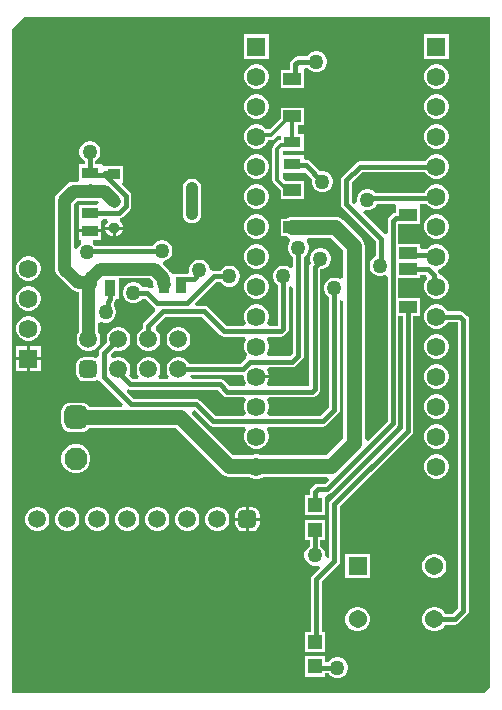
<source format=gtl>
G04*
G04 #@! TF.GenerationSoftware,Altium Limited,Altium Designer,25.6.2 (33)*
G04*
G04 Layer_Physical_Order=1*
G04 Layer_Color=255*
%FSLAX44Y44*%
%MOMM*%
G71*
G04*
G04 #@! TF.SameCoordinates,F49642FE-DF47-4963-9727-11F46748976D*
G04*
G04*
G04 #@! TF.FilePolarity,Positive*
G04*
G01*
G75*
%ADD12C,0.4000*%
%ADD14R,1.5000X1.0000*%
%ADD15R,1.4000X0.9500*%
%ADD16R,1.2000X1.2000*%
%ADD17R,0.9500X1.3500*%
%ADD18R,0.9500X1.4000*%
G04:AMPARAMS|DCode=19|XSize=1.0043mm|YSize=3.1821mm|CornerRadius=0.4369mm|HoleSize=0mm|Usage=FLASHONLY|Rotation=0.000|XOffset=0mm|YOffset=0mm|HoleType=Round|Shape=RoundedRectangle|*
%AMROUNDEDRECTD19*
21,1,1.0043,2.3084,0,0,0.0*
21,1,0.1306,3.1821,0,0,0.0*
1,1,0.8737,0.0653,-1.1542*
1,1,0.8737,-0.0653,-1.1542*
1,1,0.8737,-0.0653,1.1542*
1,1,0.8737,0.0653,1.1542*
%
%ADD19ROUNDEDRECTD19*%
G04:AMPARAMS|DCode=20|XSize=1.0043mm|YSize=0.8721mm|CornerRadius=0.4361mm|HoleSize=0mm|Usage=FLASHONLY|Rotation=0.000|XOffset=0mm|YOffset=0mm|HoleType=Round|Shape=RoundedRectangle|*
%AMROUNDEDRECTD20*
21,1,1.0043,0.0000,0,0,0.0*
21,1,0.1322,0.8721,0,0,0.0*
1,1,0.8721,0.0661,0.0000*
1,1,0.8721,-0.0661,0.0000*
1,1,0.8721,-0.0661,0.0000*
1,1,0.8721,0.0661,0.0000*
%
%ADD20ROUNDEDRECTD20*%
%ADD21R,1.0043X0.8721*%
%ADD22R,1.3500X0.9500*%
%ADD26R,1.5900X1.5900*%
%ADD27C,1.5900*%
%ADD28R,1.5400X1.5400*%
%ADD29C,1.5400*%
%ADD35C,1.1000*%
%ADD36C,0.3500*%
%ADD37C,1.3000*%
%ADD38C,1.5000*%
G04:AMPARAMS|DCode=39|XSize=1.5mm|YSize=1.5mm|CornerRadius=0.375mm|HoleSize=0mm|Usage=FLASHONLY|Rotation=0.000|XOffset=0mm|YOffset=0mm|HoleType=Round|Shape=RoundedRectangle|*
%AMROUNDEDRECTD39*
21,1,1.5000,0.7500,0,0,0.0*
21,1,0.7500,1.5000,0,0,0.0*
1,1,0.7500,0.3750,-0.3750*
1,1,0.7500,-0.3750,-0.3750*
1,1,0.7500,-0.3750,0.3750*
1,1,0.7500,0.3750,0.3750*
%
%ADD39ROUNDEDRECTD39*%
G04:AMPARAMS|DCode=40|XSize=1.95mm|YSize=1.95mm|CornerRadius=0.4875mm|HoleSize=0mm|Usage=FLASHONLY|Rotation=270.000|XOffset=0mm|YOffset=0mm|HoleType=Round|Shape=RoundedRectangle|*
%AMROUNDEDRECTD40*
21,1,1.9500,0.9750,0,0,270.0*
21,1,0.9750,1.9500,0,0,270.0*
1,1,0.9750,-0.4875,-0.4875*
1,1,0.9750,-0.4875,0.4875*
1,1,0.9750,0.4875,0.4875*
1,1,0.9750,0.4875,-0.4875*
%
%ADD40ROUNDEDRECTD40*%
%ADD41C,1.9500*%
%ADD42C,1.5200*%
G04:AMPARAMS|DCode=43|XSize=1.52mm|YSize=1.52mm|CornerRadius=0.38mm|HoleSize=0mm|Usage=FLASHONLY|Rotation=180.000|XOffset=0mm|YOffset=0mm|HoleType=Round|Shape=RoundedRectangle|*
%AMROUNDEDRECTD43*
21,1,1.5200,0.7600,0,0,180.0*
21,1,0.7600,1.5200,0,0,180.0*
1,1,0.7600,-0.3800,0.3800*
1,1,0.7600,0.3800,0.3800*
1,1,0.7600,0.3800,-0.3800*
1,1,0.7600,-0.3800,-0.3800*
%
%ADD43ROUNDEDRECTD43*%
%ADD44C,1.2700*%
G36*
X760730Y151130D02*
X755650Y146050D01*
X355600D01*
Y708660D01*
X365760Y718820D01*
X760730D01*
Y151130D01*
D02*
G37*
%LPC*%
G36*
X725500Y703910D02*
X704520D01*
Y682930D01*
X725500D01*
Y703910D01*
D02*
G37*
G36*
X573100D02*
X552120D01*
Y682930D01*
X573100D01*
Y703910D01*
D02*
G37*
G36*
X614580Y689610D02*
X612240D01*
X609979Y689004D01*
X607951Y687834D01*
X606296Y686179D01*
X605817Y685349D01*
X597973D01*
X596202Y684997D01*
X594700Y683993D01*
X594700Y683993D01*
X592357Y681650D01*
X591353Y680148D01*
X591001Y678377D01*
X591001Y678377D01*
Y673780D01*
X583050D01*
Y658700D01*
X603130D01*
Y673780D01*
X603130D01*
X603533Y675464D01*
X606151Y675513D01*
X606296Y675261D01*
X607951Y673606D01*
X609979Y672436D01*
X612240Y671830D01*
X614580D01*
X616841Y672436D01*
X618869Y673606D01*
X620524Y675261D01*
X621694Y677289D01*
X622300Y679550D01*
Y681890D01*
X621694Y684151D01*
X620524Y686179D01*
X618869Y687834D01*
X616841Y689004D01*
X614580Y689610D01*
D02*
G37*
G36*
X716391Y678510D02*
X713629D01*
X710961Y677795D01*
X708569Y676414D01*
X706616Y674461D01*
X705235Y672069D01*
X704520Y669401D01*
Y666639D01*
X705235Y663971D01*
X706616Y661579D01*
X708569Y659626D01*
X710961Y658245D01*
X713629Y657530D01*
X716391D01*
X719059Y658245D01*
X721451Y659626D01*
X723404Y661579D01*
X724785Y663971D01*
X725500Y666639D01*
Y669401D01*
X724785Y672069D01*
X723404Y674461D01*
X721451Y676414D01*
X719059Y677795D01*
X716391Y678510D01*
D02*
G37*
G36*
X563991D02*
X561229D01*
X558561Y677795D01*
X556169Y676414D01*
X554216Y674461D01*
X552835Y672069D01*
X552120Y669401D01*
Y666639D01*
X552835Y663971D01*
X554216Y661579D01*
X556169Y659626D01*
X558561Y658245D01*
X561229Y657530D01*
X563991D01*
X566659Y658245D01*
X569051Y659626D01*
X571004Y661579D01*
X572385Y663971D01*
X573100Y666639D01*
Y669401D01*
X572385Y672069D01*
X571004Y674461D01*
X569051Y676414D01*
X566659Y677795D01*
X563991Y678510D01*
D02*
G37*
G36*
X716391Y653110D02*
X713629D01*
X710961Y652395D01*
X708569Y651014D01*
X706616Y649061D01*
X705235Y646669D01*
X704520Y644001D01*
Y641239D01*
X705235Y638571D01*
X706616Y636179D01*
X708569Y634226D01*
X710961Y632845D01*
X713629Y632130D01*
X716391D01*
X719059Y632845D01*
X721451Y634226D01*
X723404Y636179D01*
X724785Y638571D01*
X725500Y641239D01*
Y644001D01*
X724785Y646669D01*
X723404Y649061D01*
X721451Y651014D01*
X719059Y652395D01*
X716391Y653110D01*
D02*
G37*
G36*
X563991D02*
X561229D01*
X558561Y652395D01*
X556169Y651014D01*
X554216Y649061D01*
X552835Y646669D01*
X552120Y644001D01*
Y641239D01*
X552835Y638571D01*
X554216Y636179D01*
X556169Y634226D01*
X558561Y632845D01*
X561229Y632130D01*
X563991D01*
X566659Y632845D01*
X569051Y634226D01*
X571004Y636179D01*
X572385Y638571D01*
X573100Y641239D01*
Y644001D01*
X572385Y646669D01*
X571004Y649061D01*
X569051Y651014D01*
X566659Y652395D01*
X563991Y653110D01*
D02*
G37*
G36*
X603130Y641780D02*
X583050D01*
Y632886D01*
X573738Y623574D01*
X571004Y623661D01*
X569051Y625614D01*
X566659Y626995D01*
X563991Y627710D01*
X561229D01*
X558561Y626995D01*
X556169Y625614D01*
X554216Y623661D01*
X552835Y621269D01*
X552120Y618601D01*
Y615839D01*
X552835Y613171D01*
X554216Y610779D01*
X556169Y608826D01*
X558561Y607445D01*
X561229Y606730D01*
X563991D01*
X566659Y607445D01*
X569051Y608826D01*
X571004Y610779D01*
X572385Y613171D01*
X572638Y614116D01*
X574840D01*
X576514Y614449D01*
X577933Y615397D01*
X581010Y618474D01*
X583550Y617422D01*
Y614417D01*
X583373D01*
X581699Y614084D01*
X580280Y613136D01*
X577297Y610153D01*
X576349Y608734D01*
X576016Y607060D01*
Y580390D01*
X576349Y578716D01*
X577297Y577297D01*
X582177Y572417D01*
X583050Y571834D01*
Y564720D01*
X603130D01*
Y579800D01*
X590262D01*
X589840Y579884D01*
X587082D01*
X584764Y582202D01*
Y586710D01*
X602630D01*
Y586710D01*
X603849Y587215D01*
X609848Y581216D01*
X609600Y580290D01*
Y577950D01*
X610206Y575689D01*
X611376Y573661D01*
X613031Y572006D01*
X615059Y570836D01*
X617320Y570230D01*
X619660D01*
X621921Y570836D01*
X623949Y572006D01*
X625604Y573661D01*
X626774Y575689D01*
X627380Y577950D01*
Y580290D01*
X626774Y582551D01*
X625604Y584579D01*
X623949Y586234D01*
X621921Y587404D01*
X619660Y588010D01*
X617320D01*
X616394Y587762D01*
X607793Y596363D01*
X606291Y597367D01*
X604520Y597719D01*
X602630Y599278D01*
Y601290D01*
X584764D01*
Y605210D01*
X602630D01*
Y619790D01*
X597464D01*
Y626700D01*
X603130D01*
Y641780D01*
D02*
G37*
G36*
X716391Y627710D02*
X713629D01*
X710961Y626995D01*
X708569Y625614D01*
X706616Y623661D01*
X705235Y621269D01*
X704520Y618601D01*
Y615839D01*
X705235Y613171D01*
X706616Y610779D01*
X708569Y608826D01*
X710961Y607445D01*
X713629Y606730D01*
X716391D01*
X719059Y607445D01*
X721451Y608826D01*
X723404Y610779D01*
X724785Y613171D01*
X725500Y615839D01*
Y618601D01*
X724785Y621269D01*
X723404Y623661D01*
X721451Y625614D01*
X719059Y626995D01*
X716391Y627710D01*
D02*
G37*
G36*
X422810Y613410D02*
X420470D01*
X418209Y612804D01*
X416181Y611634D01*
X414526Y609979D01*
X413356Y607951D01*
X412750Y605690D01*
Y603350D01*
X413356Y601089D01*
X414526Y599061D01*
X416181Y597406D01*
X417011Y596927D01*
Y593910D01*
X412350D01*
Y579330D01*
X409955Y578979D01*
X407040D01*
X404941Y578703D01*
X402985Y577893D01*
X401306Y576604D01*
X394316Y569614D01*
X393027Y567935D01*
X392217Y565979D01*
X391941Y563880D01*
Y505460D01*
X392217Y503361D01*
X393027Y501405D01*
X394316Y499726D01*
X405746Y488296D01*
X407425Y487007D01*
X409381Y486197D01*
X411480Y485921D01*
X412261D01*
Y451804D01*
X411014Y449645D01*
X410330Y447092D01*
Y444448D01*
X411014Y441895D01*
X412336Y439605D01*
X414205Y437736D01*
X416495Y436414D01*
X419048Y435730D01*
X421692D01*
X424245Y436414D01*
X426535Y437736D01*
X428404Y439605D01*
X429726Y441895D01*
X430410Y444448D01*
Y447092D01*
X429726Y449645D01*
X428479Y451804D01*
Y459127D01*
X431019Y460594D01*
X431449Y460346D01*
X433710Y459740D01*
X436050D01*
X438311Y460346D01*
X440339Y461516D01*
X441994Y463171D01*
X443164Y465199D01*
X443770Y467460D01*
Y469800D01*
X443164Y472061D01*
X441994Y474089D01*
X442084Y476137D01*
X443087Y477639D01*
X443440Y479410D01*
X445800D01*
Y497351D01*
X472167D01*
X475131Y494387D01*
Y493510D01*
X475407Y491411D01*
X475763Y490552D01*
X475514Y489664D01*
X474501Y489123D01*
X472628Y488778D01*
X471671Y489417D01*
X469900Y489769D01*
X469900Y489769D01*
X466063D01*
X465584Y490599D01*
X463929Y492254D01*
X461901Y493424D01*
X459640Y494030D01*
X457300D01*
X455039Y493424D01*
X453011Y492254D01*
X451356Y490599D01*
X450186Y488571D01*
X449580Y486310D01*
Y483970D01*
X450186Y481709D01*
X451356Y479681D01*
X453011Y478026D01*
X455039Y476856D01*
X457300Y476250D01*
X459640D01*
X461901Y476856D01*
X463929Y478026D01*
X465584Y479681D01*
X465702Y479886D01*
X468378Y480116D01*
X472977Y475517D01*
X472977Y475517D01*
X473039Y475476D01*
X475537Y472977D01*
X475537Y472977D01*
X476299Y472468D01*
X476894Y470058D01*
X476846Y469422D01*
X467897Y460473D01*
X466893Y458971D01*
X466541Y457200D01*
X466541Y457200D01*
Y454691D01*
X465005Y453804D01*
X463136Y451935D01*
X461814Y449645D01*
X461130Y447092D01*
Y444448D01*
X461814Y441895D01*
X463136Y439605D01*
X465005Y437736D01*
X467295Y436414D01*
X469848Y435730D01*
X472492D01*
X475045Y436414D01*
X477335Y437736D01*
X479204Y439605D01*
X480526Y441895D01*
X481210Y444448D01*
Y447092D01*
X480526Y449645D01*
X479204Y451935D01*
X477335Y453804D01*
X477283Y456767D01*
X485127Y464611D01*
X516141D01*
X531695Y449057D01*
X531695Y449057D01*
X533197Y448053D01*
X534968Y447701D01*
X534968Y447701D01*
X552759D01*
X553812Y445161D01*
X552835Y443469D01*
X552120Y440801D01*
Y438039D01*
X552835Y435371D01*
X554216Y432979D01*
X554289Y432906D01*
X554168Y429893D01*
X553992Y429611D01*
X549379Y424999D01*
X505491D01*
X504604Y426535D01*
X502735Y428404D01*
X500445Y429726D01*
X497892Y430410D01*
X495248D01*
X492695Y429726D01*
X490405Y428404D01*
X488536Y426535D01*
X487214Y424245D01*
X486530Y421692D01*
Y419048D01*
X487214Y416495D01*
X488170Y414839D01*
X487421Y412944D01*
X486850Y412299D01*
X480890D01*
X480319Y412944D01*
X479570Y414839D01*
X480526Y416495D01*
X481210Y419048D01*
Y421692D01*
X480526Y424245D01*
X479204Y426535D01*
X477335Y428404D01*
X475045Y429726D01*
X472492Y430410D01*
X469848D01*
X467295Y429726D01*
X465005Y428404D01*
X463136Y426535D01*
X461814Y424245D01*
X461130Y421692D01*
Y419048D01*
X461814Y416495D01*
X462770Y414839D01*
X462021Y412944D01*
X461450Y412299D01*
X457411D01*
X454426Y415283D01*
X455126Y416495D01*
X455810Y419048D01*
Y421692D01*
X455126Y424245D01*
X453804Y426535D01*
X451935Y428404D01*
X449645Y429726D01*
X447092Y430410D01*
X444448D01*
X442150Y429794D01*
X441482Y429998D01*
X439563Y431264D01*
X439394Y432848D01*
X442735Y436189D01*
X444448Y435730D01*
X447092D01*
X449645Y436414D01*
X451935Y437736D01*
X453804Y439605D01*
X455126Y441895D01*
X455810Y444448D01*
Y447092D01*
X455126Y449645D01*
X453804Y451935D01*
X451935Y453804D01*
X449645Y455126D01*
X447092Y455810D01*
X444448D01*
X441895Y455126D01*
X439605Y453804D01*
X437736Y451935D01*
X436414Y449645D01*
X435730Y447092D01*
Y444448D01*
X436189Y442735D01*
X430457Y437003D01*
X429453Y435501D01*
X429101Y433730D01*
X429101Y433730D01*
Y431412D01*
X426574Y430045D01*
X424120Y430533D01*
X416620D01*
X414166Y430045D01*
X412085Y428655D01*
X410695Y426574D01*
X410207Y424120D01*
Y416620D01*
X410695Y414166D01*
X412085Y412085D01*
X414166Y410695D01*
X416620Y410207D01*
X424120D01*
X426574Y410695D01*
X427026Y410997D01*
X427277Y411058D01*
X430299Y410322D01*
X430457Y410087D01*
X449629Y390915D01*
X448657Y388568D01*
X420716D01*
X419913Y389613D01*
X418364Y390802D01*
X416561Y391549D01*
X414625Y391804D01*
X404875D01*
X402939Y391549D01*
X401135Y390802D01*
X399587Y389613D01*
X398398Y388064D01*
X397651Y386261D01*
X397396Y384325D01*
Y374575D01*
X397651Y372639D01*
X398398Y370835D01*
X399587Y369287D01*
X401135Y368098D01*
X402939Y367351D01*
X404875Y367096D01*
X414625D01*
X416561Y367351D01*
X418364Y368098D01*
X419913Y369287D01*
X420716Y370332D01*
X494343D01*
X532748Y331927D01*
X534636Y330478D01*
X536835Y329568D01*
X539195Y329257D01*
X556462D01*
X558561Y328045D01*
X561229Y327330D01*
X563991D01*
X566659Y328045D01*
X568758Y329257D01*
X622648D01*
X623700Y326717D01*
X620383Y323399D01*
X614483D01*
X612712Y323047D01*
X611210Y322043D01*
X611210Y322043D01*
X608867Y319700D01*
X607863Y318198D01*
X607511Y316427D01*
X607511Y316427D01*
Y313680D01*
X603600D01*
Y296600D01*
X620680D01*
Y312401D01*
X622250Y314087D01*
X622974Y314275D01*
X624071Y314493D01*
X625573Y315497D01*
X681453Y371377D01*
X681453Y371377D01*
X682457Y372879D01*
X682809Y374650D01*
X682809Y374650D01*
Y465410D01*
X686251D01*
Y370217D01*
X625377Y309343D01*
X624373Y307841D01*
X624021Y306070D01*
X624021Y306070D01*
Y261149D01*
X623396Y260737D01*
X622241Y261217D01*
X621030Y262220D01*
Y264060D01*
X620424Y266321D01*
X619254Y268349D01*
X617599Y270004D01*
X616769Y270483D01*
Y275600D01*
X620680D01*
Y292680D01*
X603600D01*
Y275600D01*
X607511D01*
Y270483D01*
X606681Y270004D01*
X605026Y268349D01*
X603856Y266321D01*
X603250Y264060D01*
Y261720D01*
X603856Y259459D01*
X605026Y257431D01*
X606681Y255776D01*
X608709Y254606D01*
X610970Y254000D01*
X613310D01*
X614849Y254412D01*
X616163Y252135D01*
X610137Y246108D01*
X609133Y244606D01*
X608781Y242835D01*
X608781Y242835D01*
Y198110D01*
X603600D01*
Y181030D01*
X620680D01*
Y198110D01*
X618039D01*
Y240918D01*
X631923Y254802D01*
X631923Y254802D01*
X632927Y256304D01*
X633279Y258075D01*
X633279Y258075D01*
Y304153D01*
X694153Y365027D01*
X694153Y365027D01*
X695157Y366529D01*
X695509Y368300D01*
Y465410D01*
X700920D01*
Y480490D01*
X682809D01*
Y497410D01*
X700920D01*
Y500321D01*
X706099D01*
X706426Y499994D01*
X706616Y496661D01*
X705235Y494269D01*
X704520Y491601D01*
Y488839D01*
X705235Y486171D01*
X706616Y483779D01*
X708569Y481826D01*
X710961Y480445D01*
X713629Y479730D01*
X716391D01*
X719059Y480445D01*
X721451Y481826D01*
X723404Y483779D01*
X724785Y486171D01*
X725500Y488839D01*
Y491601D01*
X724785Y494269D01*
X723404Y496661D01*
X721451Y498614D01*
X719059Y499995D01*
X717317Y500462D01*
X717010Y502005D01*
X716569Y502664D01*
X716554Y502869D01*
X717272Y505023D01*
X717640Y505465D01*
X719059Y505845D01*
X721451Y507226D01*
X723404Y509179D01*
X724785Y511571D01*
X725500Y514239D01*
Y517001D01*
X724785Y519669D01*
X723404Y522061D01*
X721451Y524014D01*
X719059Y525395D01*
X716391Y526110D01*
X713629D01*
X710961Y525395D01*
X708569Y524014D01*
X706616Y522061D01*
X706445Y521766D01*
X702160D01*
X702037Y521790D01*
X700920Y523867D01*
Y526210D01*
X682809D01*
Y543130D01*
X700920D01*
Y557981D01*
X700920Y558210D01*
X701473Y560521D01*
X706303D01*
X706616Y559979D01*
X708569Y558026D01*
X710961Y556645D01*
X713629Y555930D01*
X716391D01*
X719059Y556645D01*
X721451Y558026D01*
X723404Y559979D01*
X724785Y562371D01*
X725500Y565039D01*
Y567801D01*
X724785Y570469D01*
X723404Y572861D01*
X721451Y574814D01*
X719059Y576195D01*
X716391Y576910D01*
X713629D01*
X710961Y576195D01*
X708569Y574814D01*
X706616Y572861D01*
X705235Y570469D01*
X705050Y569779D01*
X663263D01*
X662049Y570994D01*
X660021Y572164D01*
X657760Y572770D01*
X655420D01*
X653159Y572164D01*
X651131Y570994D01*
X649476Y569339D01*
X648306Y567311D01*
X647700Y565050D01*
Y562710D01*
X645714Y560307D01*
X645196Y560230D01*
X643439Y561987D01*
Y578473D01*
X652157Y587191D01*
X705570D01*
X706616Y585379D01*
X708569Y583426D01*
X710961Y582045D01*
X713629Y581330D01*
X716391D01*
X719059Y582045D01*
X721451Y583426D01*
X723404Y585379D01*
X724785Y587771D01*
X725500Y590439D01*
Y593201D01*
X724785Y595869D01*
X723404Y598261D01*
X721451Y600214D01*
X719059Y601595D01*
X716391Y602310D01*
X713629D01*
X710961Y601595D01*
X708569Y600214D01*
X706616Y598261D01*
X705570Y596449D01*
X650240D01*
X650240Y596449D01*
X648469Y596097D01*
X646967Y595093D01*
X646967Y595093D01*
X635537Y583663D01*
X634533Y582161D01*
X634181Y580390D01*
X634181Y580390D01*
Y560070D01*
X634181Y560070D01*
X634533Y558299D01*
X635537Y556797D01*
X663391Y528943D01*
Y516014D01*
X661831Y515114D01*
X660176Y513459D01*
X659006Y511431D01*
X658400Y509170D01*
Y506830D01*
X659006Y504569D01*
X660176Y502541D01*
X661831Y500886D01*
X663859Y499716D01*
X666120Y499110D01*
X668460D01*
X670721Y499716D01*
X671011Y499883D01*
X673551Y498417D01*
Y376567D01*
X656818Y359834D01*
X654278Y360886D01*
Y524510D01*
X653967Y526870D01*
X653056Y529069D01*
X651607Y530957D01*
X635857Y546707D01*
X633969Y548156D01*
X631770Y549067D01*
X629410Y549378D01*
X593090D01*
X590730Y549067D01*
X588531Y548156D01*
X588066Y547800D01*
X583050D01*
Y532720D01*
X588066D01*
X588531Y532364D01*
X590368Y531603D01*
X590926Y530332D01*
X591188Y528830D01*
X591056Y528699D01*
X589886Y526671D01*
X589280Y524410D01*
Y522070D01*
X589886Y519809D01*
X591056Y517781D01*
X592711Y516126D01*
X593541Y515647D01*
Y507203D01*
X591001Y506151D01*
X590929Y506224D01*
X588901Y507394D01*
X586640Y508000D01*
X584300D01*
X582039Y507394D01*
X580011Y506224D01*
X578356Y504569D01*
X577186Y502541D01*
X576580Y500280D01*
Y497940D01*
X577186Y495679D01*
X578356Y493651D01*
X580011Y491996D01*
X580841Y491517D01*
Y456959D01*
X573008D01*
X571651Y459499D01*
X572385Y460771D01*
X573100Y463439D01*
Y466201D01*
X572385Y468869D01*
X571004Y471261D01*
X569051Y473214D01*
X566659Y474595D01*
X563991Y475310D01*
X561229D01*
X558561Y474595D01*
X556169Y473214D01*
X554216Y471261D01*
X552835Y468869D01*
X552120Y466201D01*
Y463439D01*
X552835Y460771D01*
X553569Y459499D01*
X552212Y456959D01*
X536886D01*
X521331Y472513D01*
X519830Y473517D01*
X518058Y473869D01*
X518058Y473869D01*
X511674D01*
X510702Y476216D01*
X528967Y494481D01*
X532157D01*
X532636Y493651D01*
X534291Y491996D01*
X536319Y490826D01*
X538580Y490220D01*
X540920D01*
X543181Y490826D01*
X545209Y491996D01*
X546864Y493651D01*
X548034Y495679D01*
X548640Y497940D01*
Y500280D01*
X548034Y502541D01*
X546864Y504569D01*
X545209Y506224D01*
X543181Y507394D01*
X540920Y508000D01*
X538580D01*
X536319Y507394D01*
X534291Y506224D01*
X532636Y504569D01*
X532157Y503739D01*
X527050D01*
X525780Y503486D01*
X524029Y504424D01*
X523240Y505079D01*
Y505360D01*
X522634Y507621D01*
X521464Y509649D01*
X519809Y511304D01*
X517781Y512474D01*
X515520Y513080D01*
X513180D01*
X510919Y512474D01*
X508891Y511304D01*
X507236Y509649D01*
X506066Y507621D01*
X505460Y505360D01*
Y503020D01*
X505496Y502884D01*
X503950Y500869D01*
X501740D01*
X501740Y500869D01*
X501293Y500780D01*
X491700D01*
X489821Y502377D01*
X488974Y503480D01*
X483185Y509270D01*
X483526Y510749D01*
X484138Y511909D01*
X486031Y512416D01*
X488059Y513586D01*
X489714Y515241D01*
X490884Y517269D01*
X491490Y519530D01*
Y521870D01*
X490884Y524131D01*
X489714Y526159D01*
X488059Y527814D01*
X486031Y528984D01*
X483770Y529590D01*
X481430D01*
X479169Y528984D01*
X477141Y527814D01*
X475486Y526159D01*
X474641Y524694D01*
X426326D01*
X426214Y524889D01*
X424559Y526544D01*
X424435Y529548D01*
X424841Y530040D01*
X430930D01*
Y536060D01*
X421640D01*
X412350D01*
Y530040D01*
X413359D01*
X413765Y529548D01*
X413641Y526544D01*
X411986Y524889D01*
X410816Y522861D01*
X410699Y522427D01*
X408159Y522761D01*
Y560521D01*
X410399Y562761D01*
X420890D01*
X421640Y562859D01*
X422390Y562761D01*
X428713D01*
X429092Y562160D01*
X427691Y559620D01*
X412350D01*
Y547160D01*
X412350Y545040D01*
X412350Y542500D01*
Y538600D01*
X421640D01*
X430930D01*
Y542500D01*
X430930Y544620D01*
Y545905D01*
X432726Y547701D01*
X436345D01*
X437208Y545161D01*
X436518Y544632D01*
X435411Y543190D01*
X434716Y541511D01*
X434646Y540980D01*
X449554D01*
X449484Y541511D01*
X448788Y543190D01*
X447682Y544632D01*
X446843Y545275D01*
X447093Y547472D01*
X447335Y547963D01*
X447790Y548053D01*
X449292Y549057D01*
X455413Y555178D01*
X455413Y555178D01*
X456417Y556680D01*
X456769Y558451D01*
X456769Y558451D01*
Y566769D01*
X456769Y566769D01*
X456417Y568540D01*
X455413Y570042D01*
X455413Y570042D01*
X448837Y576618D01*
X449661Y578609D01*
X449661D01*
Y592411D01*
X434539D01*
Y592411D01*
X433328Y591926D01*
X430930Y593630D01*
Y593910D01*
X426269D01*
Y596927D01*
X427099Y597406D01*
X428754Y599061D01*
X429924Y601089D01*
X430530Y603350D01*
Y605690D01*
X429924Y607951D01*
X428754Y609979D01*
X427099Y611634D01*
X425071Y612804D01*
X422810Y613410D01*
D02*
G37*
G36*
X563991Y602310D02*
X561229D01*
X558561Y601595D01*
X556169Y600214D01*
X554216Y598261D01*
X552835Y595869D01*
X552120Y593201D01*
Y590439D01*
X552835Y587771D01*
X554216Y585379D01*
X556169Y583426D01*
X558561Y582045D01*
X561229Y581330D01*
X563991D01*
X566659Y582045D01*
X569051Y583426D01*
X571004Y585379D01*
X572385Y587771D01*
X573100Y590439D01*
Y593201D01*
X572385Y595869D01*
X571004Y598261D01*
X569051Y600214D01*
X566659Y601595D01*
X563991Y602310D01*
D02*
G37*
G36*
Y576910D02*
X561229D01*
X558561Y576195D01*
X556169Y574814D01*
X554216Y572861D01*
X552835Y570469D01*
X552120Y567801D01*
Y565039D01*
X552835Y562371D01*
X554216Y559979D01*
X556169Y558026D01*
X558561Y556645D01*
X561229Y555930D01*
X563991D01*
X566659Y556645D01*
X569051Y558026D01*
X571004Y559979D01*
X572385Y562371D01*
X573100Y565039D01*
Y567801D01*
X572385Y570469D01*
X571004Y572861D01*
X569051Y574814D01*
X566659Y576195D01*
X563991Y576910D01*
D02*
G37*
G36*
X508653Y581120D02*
X507347D01*
X505544Y580883D01*
X503863Y580187D01*
X502420Y579079D01*
X501312Y577636D01*
X500616Y575956D01*
X500379Y574152D01*
Y551068D01*
X500616Y549264D01*
X501312Y547584D01*
X502420Y546141D01*
X503863Y545033D01*
X505544Y544337D01*
X507347Y544100D01*
X508653D01*
X510456Y544337D01*
X512137Y545033D01*
X513580Y546141D01*
X514688Y547584D01*
X515384Y549264D01*
X515621Y551068D01*
Y574152D01*
X515384Y575956D01*
X514688Y577636D01*
X513580Y579079D01*
X512137Y580187D01*
X510456Y580883D01*
X508653Y581120D01*
D02*
G37*
G36*
X449554Y538440D02*
X443370D01*
Y532830D01*
X444562Y532987D01*
X446241Y533682D01*
X447682Y534788D01*
X448788Y536230D01*
X449484Y537909D01*
X449554Y538440D01*
D02*
G37*
G36*
X440830D02*
X434646D01*
X434716Y537909D01*
X435411Y536230D01*
X436518Y534788D01*
X437959Y533682D01*
X439638Y532987D01*
X440830Y532830D01*
Y538440D01*
D02*
G37*
G36*
X716391Y551510D02*
X713629D01*
X710961Y550795D01*
X708569Y549414D01*
X706616Y547461D01*
X705235Y545069D01*
X704520Y542401D01*
Y539639D01*
X705235Y536971D01*
X706616Y534579D01*
X708569Y532626D01*
X710961Y531245D01*
X713629Y530530D01*
X716391D01*
X719059Y531245D01*
X721451Y532626D01*
X723404Y534579D01*
X724785Y536971D01*
X725500Y539639D01*
Y542401D01*
X724785Y545069D01*
X723404Y547461D01*
X721451Y549414D01*
X719059Y550795D01*
X716391Y551510D01*
D02*
G37*
G36*
X563991D02*
X561229D01*
X558561Y550795D01*
X556169Y549414D01*
X554216Y547461D01*
X552835Y545069D01*
X552120Y542401D01*
Y539639D01*
X552835Y536971D01*
X554216Y534579D01*
X556169Y532626D01*
X558561Y531245D01*
X561229Y530530D01*
X563991D01*
X566659Y531245D01*
X569051Y532626D01*
X571004Y534579D01*
X572385Y536971D01*
X573100Y539639D01*
Y542401D01*
X572385Y545069D01*
X571004Y547461D01*
X569051Y549414D01*
X566659Y550795D01*
X563991Y551510D01*
D02*
G37*
G36*
Y526110D02*
X561229D01*
X558561Y525395D01*
X556169Y524014D01*
X554216Y522061D01*
X552835Y519669D01*
X552120Y517001D01*
Y514239D01*
X552835Y511571D01*
X554216Y509179D01*
X556169Y507226D01*
X558561Y505845D01*
X561229Y505130D01*
X563991D01*
X566659Y505845D01*
X569051Y507226D01*
X571004Y509179D01*
X572385Y511571D01*
X573100Y514239D01*
Y517001D01*
X572385Y519669D01*
X571004Y522061D01*
X569051Y524014D01*
X566659Y525395D01*
X563991Y526110D01*
D02*
G37*
G36*
X370951Y515950D02*
X368189D01*
X365521Y515235D01*
X363129Y513854D01*
X361176Y511901D01*
X359795Y509509D01*
X359080Y506841D01*
Y504079D01*
X359795Y501411D01*
X361176Y499019D01*
X363129Y497066D01*
X365521Y495685D01*
X368189Y494970D01*
X370951D01*
X373619Y495685D01*
X376011Y497066D01*
X377964Y499019D01*
X379345Y501411D01*
X380060Y504079D01*
Y506841D01*
X379345Y509509D01*
X377964Y511901D01*
X376011Y513854D01*
X373619Y515235D01*
X370951Y515950D01*
D02*
G37*
G36*
X563991Y500710D02*
X561229D01*
X558561Y499995D01*
X556169Y498614D01*
X554216Y496661D01*
X552835Y494269D01*
X552120Y491601D01*
Y488839D01*
X552835Y486171D01*
X554216Y483779D01*
X556169Y481826D01*
X558561Y480445D01*
X561229Y479730D01*
X563991D01*
X566659Y480445D01*
X569051Y481826D01*
X571004Y483779D01*
X572385Y486171D01*
X573100Y488839D01*
Y491601D01*
X572385Y494269D01*
X571004Y496661D01*
X569051Y498614D01*
X566659Y499995D01*
X563991Y500710D01*
D02*
G37*
G36*
X370951Y490550D02*
X368189D01*
X365521Y489835D01*
X363129Y488454D01*
X361176Y486501D01*
X359795Y484109D01*
X359080Y481441D01*
Y478679D01*
X359795Y476011D01*
X361176Y473619D01*
X363129Y471666D01*
X365521Y470285D01*
X368189Y469570D01*
X370951D01*
X373619Y470285D01*
X376011Y471666D01*
X377964Y473619D01*
X379345Y476011D01*
X380060Y478679D01*
Y481441D01*
X379345Y484109D01*
X377964Y486501D01*
X376011Y488454D01*
X373619Y489835D01*
X370951Y490550D01*
D02*
G37*
G36*
Y465150D02*
X368189D01*
X365521Y464435D01*
X363129Y463054D01*
X361176Y461101D01*
X359795Y458709D01*
X359080Y456041D01*
Y453279D01*
X359795Y450611D01*
X361176Y448219D01*
X363129Y446266D01*
X365521Y444885D01*
X368189Y444170D01*
X370951D01*
X373619Y444885D01*
X376011Y446266D01*
X377964Y448219D01*
X379345Y450611D01*
X380060Y453279D01*
Y456041D01*
X379345Y458709D01*
X377964Y461101D01*
X376011Y463054D01*
X373619Y464435D01*
X370951Y465150D01*
D02*
G37*
G36*
X497892Y455810D02*
X495248D01*
X492695Y455126D01*
X490405Y453804D01*
X488536Y451935D01*
X487214Y449645D01*
X486530Y447092D01*
Y444448D01*
X487214Y441895D01*
X488536Y439605D01*
X490405Y437736D01*
X492695Y436414D01*
X495248Y435730D01*
X497892D01*
X500445Y436414D01*
X502735Y437736D01*
X504604Y439605D01*
X505926Y441895D01*
X506610Y444448D01*
Y447092D01*
X505926Y449645D01*
X504604Y451935D01*
X502735Y453804D01*
X500445Y455126D01*
X497892Y455810D01*
D02*
G37*
G36*
X380060Y439750D02*
X370840D01*
Y430530D01*
X380060D01*
Y439750D01*
D02*
G37*
G36*
X368300D02*
X359080D01*
Y430530D01*
X368300D01*
Y439750D01*
D02*
G37*
G36*
X716391Y449910D02*
X713629D01*
X710961Y449195D01*
X708569Y447814D01*
X706616Y445861D01*
X705235Y443469D01*
X704520Y440801D01*
Y438039D01*
X705235Y435371D01*
X706616Y432979D01*
X708569Y431026D01*
X710961Y429645D01*
X713629Y428930D01*
X716391D01*
X719059Y429645D01*
X721451Y431026D01*
X723404Y432979D01*
X724785Y435371D01*
X725500Y438039D01*
Y440801D01*
X724785Y443469D01*
X723404Y445861D01*
X721451Y447814D01*
X719059Y449195D01*
X716391Y449910D01*
D02*
G37*
G36*
X380060Y427990D02*
X370840D01*
Y418770D01*
X380060D01*
Y427990D01*
D02*
G37*
G36*
X368300D02*
X359080D01*
Y418770D01*
X368300D01*
Y427990D01*
D02*
G37*
G36*
X716391Y424510D02*
X713629D01*
X710961Y423795D01*
X708569Y422414D01*
X706616Y420461D01*
X705235Y418069D01*
X704520Y415401D01*
Y412639D01*
X705235Y409971D01*
X706616Y407579D01*
X708569Y405626D01*
X710961Y404245D01*
X713629Y403530D01*
X716391D01*
X719059Y404245D01*
X721451Y405626D01*
X723404Y407579D01*
X724785Y409971D01*
X725500Y412639D01*
Y415401D01*
X724785Y418069D01*
X723404Y420461D01*
X721451Y422414D01*
X719059Y423795D01*
X716391Y424510D01*
D02*
G37*
G36*
Y399110D02*
X713629D01*
X710961Y398395D01*
X708569Y397014D01*
X706616Y395061D01*
X705235Y392669D01*
X704520Y390001D01*
Y387239D01*
X705235Y384571D01*
X706616Y382179D01*
X708569Y380226D01*
X710961Y378845D01*
X713629Y378130D01*
X716391D01*
X719059Y378845D01*
X721451Y380226D01*
X723404Y382179D01*
X724785Y384571D01*
X725500Y387239D01*
Y390001D01*
X724785Y392669D01*
X723404Y395061D01*
X721451Y397014D01*
X719059Y398395D01*
X716391Y399110D01*
D02*
G37*
G36*
Y373710D02*
X713629D01*
X710961Y372995D01*
X708569Y371614D01*
X706616Y369661D01*
X705235Y367269D01*
X704520Y364601D01*
Y361839D01*
X705235Y359171D01*
X706616Y356779D01*
X708569Y354826D01*
X710961Y353445D01*
X713629Y352730D01*
X716391D01*
X719059Y353445D01*
X721451Y354826D01*
X723404Y356779D01*
X724785Y359171D01*
X725500Y361839D01*
Y364601D01*
X724785Y367269D01*
X723404Y369661D01*
X721451Y371614D01*
X719059Y372995D01*
X716391Y373710D01*
D02*
G37*
G36*
X411368Y356740D02*
X408132D01*
X405006Y355902D01*
X402204Y354285D01*
X399916Y351996D01*
X398298Y349194D01*
X397460Y346068D01*
Y342832D01*
X398298Y339706D01*
X399916Y336904D01*
X402204Y334616D01*
X405006Y332998D01*
X408132Y332160D01*
X411368D01*
X414494Y332998D01*
X417296Y334616D01*
X419585Y336904D01*
X421203Y339706D01*
X422040Y342832D01*
Y346068D01*
X421203Y349194D01*
X419585Y351996D01*
X417296Y354285D01*
X414494Y355902D01*
X411368Y356740D01*
D02*
G37*
G36*
X716391Y348310D02*
X713629D01*
X710961Y347595D01*
X708569Y346214D01*
X706616Y344261D01*
X705235Y341869D01*
X704520Y339201D01*
Y336439D01*
X705235Y333771D01*
X706616Y331379D01*
X708569Y329426D01*
X710961Y328045D01*
X713629Y327330D01*
X716391D01*
X719059Y328045D01*
X721451Y329426D01*
X723404Y331379D01*
X724785Y333771D01*
X725500Y336439D01*
Y339201D01*
X724785Y341869D01*
X723404Y344261D01*
X721451Y346214D01*
X719059Y347595D01*
X716391Y348310D01*
D02*
G37*
G36*
X558790Y303634D02*
X556260D01*
Y294640D01*
X565254D01*
Y297170D01*
X564762Y299644D01*
X563361Y301741D01*
X561264Y303142D01*
X558790Y303634D01*
D02*
G37*
G36*
X553720D02*
X551190D01*
X548716Y303142D01*
X546619Y301741D01*
X545218Y299644D01*
X544726Y297170D01*
Y294640D01*
X553720D01*
Y303634D01*
D02*
G37*
G36*
X530925Y303510D02*
X528255D01*
X525676Y302819D01*
X523364Y301484D01*
X521476Y299596D01*
X520141Y297284D01*
X519450Y294705D01*
Y292035D01*
X520141Y289456D01*
X521476Y287144D01*
X523364Y285256D01*
X525676Y283921D01*
X528255Y283230D01*
X530925D01*
X533504Y283921D01*
X535816Y285256D01*
X537704Y287144D01*
X539039Y289456D01*
X539730Y292035D01*
Y294705D01*
X539039Y297284D01*
X537704Y299596D01*
X535816Y301484D01*
X533504Y302819D01*
X530925Y303510D01*
D02*
G37*
G36*
X505525D02*
X502855D01*
X500276Y302819D01*
X497964Y301484D01*
X496076Y299596D01*
X494741Y297284D01*
X494050Y294705D01*
Y292035D01*
X494741Y289456D01*
X496076Y287144D01*
X497964Y285256D01*
X500276Y283921D01*
X502855Y283230D01*
X505525D01*
X508104Y283921D01*
X510416Y285256D01*
X512304Y287144D01*
X513639Y289456D01*
X514330Y292035D01*
Y294705D01*
X513639Y297284D01*
X512304Y299596D01*
X510416Y301484D01*
X508104Y302819D01*
X505525Y303510D01*
D02*
G37*
G36*
X480125D02*
X477455D01*
X474876Y302819D01*
X472564Y301484D01*
X470676Y299596D01*
X469341Y297284D01*
X468650Y294705D01*
Y292035D01*
X469341Y289456D01*
X470676Y287144D01*
X472564Y285256D01*
X474876Y283921D01*
X477455Y283230D01*
X480125D01*
X482704Y283921D01*
X485016Y285256D01*
X486904Y287144D01*
X488239Y289456D01*
X488930Y292035D01*
Y294705D01*
X488239Y297284D01*
X486904Y299596D01*
X485016Y301484D01*
X482704Y302819D01*
X480125Y303510D01*
D02*
G37*
G36*
X454725D02*
X452055D01*
X449476Y302819D01*
X447164Y301484D01*
X445276Y299596D01*
X443941Y297284D01*
X443250Y294705D01*
Y292035D01*
X443941Y289456D01*
X445276Y287144D01*
X447164Y285256D01*
X449476Y283921D01*
X452055Y283230D01*
X454725D01*
X457304Y283921D01*
X459616Y285256D01*
X461504Y287144D01*
X462839Y289456D01*
X463530Y292035D01*
Y294705D01*
X462839Y297284D01*
X461504Y299596D01*
X459616Y301484D01*
X457304Y302819D01*
X454725Y303510D01*
D02*
G37*
G36*
X429325D02*
X426655D01*
X424076Y302819D01*
X421764Y301484D01*
X419876Y299596D01*
X418541Y297284D01*
X417850Y294705D01*
Y292035D01*
X418541Y289456D01*
X419876Y287144D01*
X421764Y285256D01*
X424076Y283921D01*
X426655Y283230D01*
X429325D01*
X431904Y283921D01*
X434216Y285256D01*
X436104Y287144D01*
X437439Y289456D01*
X438130Y292035D01*
Y294705D01*
X437439Y297284D01*
X436104Y299596D01*
X434216Y301484D01*
X431904Y302819D01*
X429325Y303510D01*
D02*
G37*
G36*
X403925D02*
X401255D01*
X398676Y302819D01*
X396364Y301484D01*
X394476Y299596D01*
X393141Y297284D01*
X392450Y294705D01*
Y292035D01*
X393141Y289456D01*
X394476Y287144D01*
X396364Y285256D01*
X398676Y283921D01*
X401255Y283230D01*
X403925D01*
X406504Y283921D01*
X408816Y285256D01*
X410704Y287144D01*
X412039Y289456D01*
X412730Y292035D01*
Y294705D01*
X412039Y297284D01*
X410704Y299596D01*
X408816Y301484D01*
X406504Y302819D01*
X403925Y303510D01*
D02*
G37*
G36*
X378525D02*
X375855D01*
X373276Y302819D01*
X370964Y301484D01*
X369076Y299596D01*
X367741Y297284D01*
X367050Y294705D01*
Y292035D01*
X367741Y289456D01*
X369076Y287144D01*
X370964Y285256D01*
X373276Y283921D01*
X375855Y283230D01*
X378525D01*
X381104Y283921D01*
X383416Y285256D01*
X385304Y287144D01*
X386639Y289456D01*
X387330Y292035D01*
Y294705D01*
X386639Y297284D01*
X385304Y299596D01*
X383416Y301484D01*
X381104Y302819D01*
X378525Y303510D01*
D02*
G37*
G36*
X565254Y292100D02*
X556260D01*
Y283106D01*
X558790D01*
X561264Y283598D01*
X563361Y284999D01*
X564762Y287096D01*
X565254Y289570D01*
Y292100D01*
D02*
G37*
G36*
X553720D02*
X544726D01*
Y289570D01*
X545218Y287096D01*
X546619Y284999D01*
X548716Y283598D01*
X551190Y283106D01*
X553720D01*
Y292100D01*
D02*
G37*
G36*
X714568Y263880D02*
X711872D01*
X709268Y263182D01*
X706933Y261834D01*
X705026Y259928D01*
X703678Y257593D01*
X702980Y254988D01*
Y252292D01*
X703678Y249688D01*
X705026Y247353D01*
X706933Y245446D01*
X709268Y244098D01*
X711872Y243400D01*
X714568D01*
X717172Y244098D01*
X719508Y245446D01*
X721414Y247353D01*
X722762Y249688D01*
X723460Y252292D01*
Y254988D01*
X722762Y257593D01*
X721414Y259928D01*
X719508Y261834D01*
X717172Y263182D01*
X714568Y263880D01*
D02*
G37*
G36*
X658460D02*
X637980D01*
Y243400D01*
X658460D01*
Y263880D01*
D02*
G37*
G36*
X716391Y475310D02*
X713629D01*
X710961Y474595D01*
X708569Y473214D01*
X706616Y471261D01*
X705235Y468869D01*
X704520Y466201D01*
Y463439D01*
X705235Y460771D01*
X706616Y458379D01*
X708569Y456426D01*
X710961Y455045D01*
X713629Y454330D01*
X716391D01*
X719059Y455045D01*
X721451Y456426D01*
X723404Y458379D01*
X724450Y460191D01*
X733241D01*
Y217817D01*
X728693Y213269D01*
X722372D01*
X721414Y214928D01*
X719508Y216834D01*
X717172Y218182D01*
X714568Y218880D01*
X711872D01*
X709268Y218182D01*
X706933Y216834D01*
X705026Y214928D01*
X703678Y212593D01*
X702980Y209988D01*
Y207292D01*
X703678Y204688D01*
X705026Y202353D01*
X706933Y200446D01*
X709268Y199098D01*
X711872Y198400D01*
X714568D01*
X717172Y199098D01*
X719508Y200446D01*
X721414Y202353D01*
X722372Y204011D01*
X730610D01*
X730610Y204011D01*
X732381Y204363D01*
X733883Y205367D01*
X741143Y212627D01*
X741143Y212627D01*
X742147Y214129D01*
X742499Y215900D01*
Y462280D01*
X742147Y464051D01*
X741143Y465553D01*
X741143Y465553D01*
X738603Y468093D01*
X737101Y469097D01*
X735330Y469449D01*
X735330Y469449D01*
X724450D01*
X723404Y471261D01*
X721451Y473214D01*
X719059Y474595D01*
X716391Y475310D01*
D02*
G37*
G36*
X649568Y218880D02*
X646872D01*
X644268Y218182D01*
X641933Y216834D01*
X640026Y214928D01*
X638678Y212593D01*
X637980Y209988D01*
Y207292D01*
X638678Y204688D01*
X640026Y202353D01*
X641933Y200446D01*
X644268Y199098D01*
X646872Y198400D01*
X649568D01*
X652172Y199098D01*
X654508Y200446D01*
X656414Y202353D01*
X657762Y204688D01*
X658460Y207292D01*
Y209988D01*
X657762Y212593D01*
X656414Y214928D01*
X654508Y216834D01*
X652172Y218182D01*
X649568Y218880D01*
D02*
G37*
G36*
X620680Y177110D02*
X603600D01*
Y160030D01*
X620680D01*
Y163011D01*
X623597D01*
X624076Y162181D01*
X625731Y160526D01*
X627759Y159356D01*
X630020Y158750D01*
X632360D01*
X634621Y159356D01*
X636649Y160526D01*
X638304Y162181D01*
X639474Y164209D01*
X640080Y166470D01*
Y168810D01*
X639474Y171071D01*
X638304Y173099D01*
X636649Y174754D01*
X634621Y175924D01*
X632360Y176530D01*
X630020D01*
X627759Y175924D01*
X625731Y174754D01*
X624076Y173099D01*
X623597Y172269D01*
X620680D01*
Y177110D01*
D02*
G37*
%LPD*%
G36*
X680840Y558210D02*
X680840Y557981D01*
Y552671D01*
X680523D01*
X678752Y552318D01*
X677250Y551315D01*
X677250Y551315D01*
X674907Y548972D01*
X673903Y547470D01*
X673551Y545698D01*
X673551Y545698D01*
Y535326D01*
X672172Y534598D01*
X671011Y534415D01*
X652940Y552486D01*
X653017Y553004D01*
X655420Y554990D01*
X657760D01*
X660021Y555596D01*
X662049Y556766D01*
X663704Y558421D01*
X664874Y560449D01*
X664894Y560521D01*
X680287D01*
X680840Y558210D01*
D02*
G37*
G36*
X636042Y520733D02*
Y497723D01*
X635354Y497132D01*
X633502Y496414D01*
X632081Y497234D01*
X629820Y497840D01*
X627480D01*
X625219Y497234D01*
X623191Y496064D01*
X621536Y494409D01*
X620366Y492381D01*
X619760Y490120D01*
Y487780D01*
X620366Y485519D01*
X621536Y483491D01*
X623191Y481836D01*
X624021Y481357D01*
Y387997D01*
X616783Y380759D01*
X573008D01*
X571651Y383299D01*
X572385Y384571D01*
X573100Y387239D01*
Y390001D01*
X572385Y392669D01*
X571651Y393941D01*
X573008Y396481D01*
X609759D01*
X609759Y396481D01*
X611531Y396833D01*
X613032Y397837D01*
X615376Y400180D01*
X615376Y400180D01*
X616379Y401682D01*
X616731Y403453D01*
Y505022D01*
X617953D01*
X620214Y505628D01*
X622241Y506799D01*
X623896Y508454D01*
X625066Y510481D01*
X625672Y512742D01*
Y515083D01*
X625066Y517344D01*
X623896Y519371D01*
X622241Y521026D01*
X620214Y522197D01*
X617953Y522802D01*
X615612D01*
X613351Y522197D01*
X611324Y521026D01*
X609669Y519371D01*
X608498Y517344D01*
X607892Y515083D01*
Y512742D01*
X608498Y510481D01*
X608648Y510221D01*
X607826Y508991D01*
X607473Y507219D01*
X607473Y507219D01*
Y405739D01*
X572461D01*
X571408Y408279D01*
X572385Y409971D01*
X573100Y412639D01*
Y412750D01*
X562610D01*
Y415290D01*
X573100D01*
Y415401D01*
X572385Y418069D01*
X571651Y419341D01*
X573008Y421881D01*
X592880D01*
X592880Y421881D01*
X594651Y422233D01*
X596153Y423237D01*
X601443Y428527D01*
X601443Y428527D01*
X602447Y430029D01*
X602799Y431800D01*
Y515647D01*
X603629Y516126D01*
X605284Y517781D01*
X606454Y519809D01*
X607060Y522070D01*
Y524410D01*
X606454Y526671D01*
X605340Y528602D01*
X605447Y529045D01*
X606432Y531142D01*
X625633D01*
X636042Y520733D01*
D02*
G37*
G36*
X593541Y488938D02*
Y433717D01*
X590963Y431139D01*
X572461D01*
X571408Y433679D01*
X572385Y435371D01*
X573100Y438039D01*
Y440801D01*
X572385Y443469D01*
X571408Y445161D01*
X572461Y447701D01*
X583127D01*
X583127Y447701D01*
X584898Y448053D01*
X586400Y449057D01*
X588743Y451400D01*
X588743Y451400D01*
X589747Y452902D01*
X590099Y454673D01*
Y489693D01*
X591001Y490296D01*
X593541Y488938D01*
D02*
G37*
G36*
X551376Y415506D02*
X552120Y413315D01*
Y412639D01*
X552835Y409971D01*
X553812Y408279D01*
X552759Y405739D01*
X539889D01*
X534685Y410943D01*
X533183Y411947D01*
X531412Y412299D01*
X531412Y412299D01*
X508076D01*
X506731Y414839D01*
X507345Y415741D01*
X549708D01*
X551376Y415506D01*
D02*
G37*
G36*
X455493Y403041D02*
X455494Y403041D01*
X529494D01*
X534699Y397837D01*
X534699Y397837D01*
X536200Y396833D01*
X537972Y396481D01*
X537972Y396481D01*
X552212D01*
X553569Y393941D01*
X552835Y392669D01*
X552120Y390001D01*
Y387239D01*
X552835Y384571D01*
X553569Y383299D01*
X552212Y380759D01*
X528016D01*
X515011Y393763D01*
X513510Y394767D01*
X511738Y395119D01*
X511738Y395119D01*
X458517D01*
X452686Y400950D01*
X453705Y403256D01*
X453863Y403365D01*
X455493Y403041D01*
D02*
G37*
G36*
X635900Y478006D02*
X636042Y477796D01*
Y361917D01*
X621618Y347493D01*
X566836D01*
X566659Y347595D01*
X563991Y348310D01*
X561229D01*
X558561Y347595D01*
X558384Y347493D01*
X542972D01*
X507895Y382569D01*
X508821Y385236D01*
X510269Y385413D01*
X522825Y372857D01*
X522825Y372857D01*
X524327Y371853D01*
X526098Y371501D01*
X552759D01*
X553812Y368961D01*
X552835Y367269D01*
X552120Y364601D01*
Y361839D01*
X552835Y359171D01*
X554216Y356779D01*
X556169Y354826D01*
X558561Y353445D01*
X561229Y352730D01*
X563991D01*
X566659Y353445D01*
X569051Y354826D01*
X571004Y356779D01*
X572385Y359171D01*
X573100Y361839D01*
Y364601D01*
X572385Y367269D01*
X571408Y368961D01*
X572461Y371501D01*
X618700D01*
X618700Y371501D01*
X620471Y371853D01*
X621973Y372857D01*
X631923Y382807D01*
X631923Y382807D01*
X632927Y384309D01*
X633279Y386080D01*
X633279Y386080D01*
Y478848D01*
X633502Y479055D01*
X635900Y478006D01*
D02*
G37*
D12*
X476270Y478790D02*
X478811Y476250D01*
X469900Y485140D02*
X476250Y478790D01*
X458470Y485140D02*
X469900D01*
X478811Y476250D02*
X504190D01*
X476250Y478790D02*
X476270D01*
X481965Y520065D02*
X482600Y520700D01*
X419100Y519430D02*
X419735Y520065D01*
X481965D01*
X612140Y168570D02*
X613070Y167640D01*
X631190D01*
X592880Y426510D02*
X598170Y431800D01*
Y523240D01*
X557436Y426510D02*
X592880D01*
X593090Y666240D02*
X595630Y668780D01*
Y678377D01*
X597973Y680720D01*
X613410D01*
X593090Y594000D02*
X594000Y593090D01*
X604520D01*
X618490Y579120D01*
X612140Y262890D02*
Y284140D01*
X514350Y501836D02*
Y504190D01*
X511810Y499296D02*
X514350Y501836D01*
X511810Y498583D02*
Y499296D01*
X509467Y496240D02*
X511810Y498583D01*
X501740Y496240D02*
X509467D01*
X498990Y493490D02*
X501740Y496240D01*
X498990Y491490D02*
Y493490D01*
X438510Y488950D02*
X438811Y488649D01*
Y479410D02*
Y488649D01*
X436545Y477144D02*
X438811Y479410D01*
X436545Y470295D02*
Y477144D01*
X434880Y468630D02*
X436545Y470295D01*
X421640Y552330D02*
X446019D01*
X452140Y558451D01*
Y566769D01*
X434390Y584519D02*
X452140Y566769D01*
X423741Y584519D02*
X434390D01*
X421640Y586620D02*
X423741Y584519D01*
X434390Y586065D02*
X441545D01*
X442100Y585510D01*
X421640Y586620D02*
Y604520D01*
X496570Y420370D02*
X551297D01*
X557436Y426510D01*
X433730Y413360D02*
X456600Y390490D01*
X511738D01*
X433730Y413360D02*
Y433730D01*
X449828Y413336D02*
X455493Y407670D01*
X531412D02*
X537972Y401110D01*
X455493Y407670D02*
X531412D01*
X537972Y401110D02*
X609759D01*
X449828Y413336D02*
Y413336D01*
X442183Y420980D02*
X449828Y413336D01*
X612102Y507219D02*
X616782Y511899D01*
Y513912D01*
X612102Y403453D02*
Y507219D01*
X609759Y401110D02*
X612102Y403453D01*
X433730Y433730D02*
X445770Y445770D01*
X585470Y454673D02*
Y499110D01*
X518058Y469240D02*
X534968Y452330D01*
X471170Y457200D02*
X483210Y469240D01*
X518058D01*
X583127Y452330D02*
X585470Y454673D01*
X534968Y452330D02*
X583127D01*
X471170Y445770D02*
Y457200D01*
X638810Y580390D02*
X650240Y591820D01*
X638810Y560070D02*
Y580390D01*
Y560070D02*
X668020Y530860D01*
X650240Y591820D02*
X715010D01*
X668020Y508730D02*
Y530860D01*
X688252Y548042D02*
X690880Y550670D01*
X678180Y374650D02*
Y545698D01*
X680523Y548042D02*
X688252D01*
X678180Y545698D02*
X680523Y548042D01*
X667290Y508000D02*
X668020Y508730D01*
X622300Y318770D02*
X678180Y374650D01*
X614483Y318770D02*
X622300D01*
X612140Y316427D02*
X614483Y318770D01*
X612140Y305140D02*
Y316427D01*
Y189570D02*
X613410Y190840D01*
Y242835D01*
X628650Y258075D01*
X690880Y368300D02*
Y472950D01*
X628650Y306070D02*
X690880Y368300D01*
X628650Y258075D02*
Y306070D01*
X692389Y517161D02*
X702037D01*
X713493Y517137D02*
X715010Y515620D01*
X702061Y517137D02*
X713493D01*
X690880Y518670D02*
X692389Y517161D01*
X702037D02*
X702061Y517137D01*
X708017Y504950D02*
X712733Y500233D01*
X690880Y504950D02*
X708017D01*
X712733Y492497D02*
Y500233D01*
Y492497D02*
X715010Y490220D01*
Y464820D02*
X735330D01*
X737870Y462280D01*
Y215900D02*
Y462280D01*
X730610Y208640D02*
X737870Y215900D01*
X713220Y208640D02*
X730610D01*
X504190Y476250D02*
X527050Y499110D01*
X539750D01*
X657860Y565150D02*
X713740D01*
X656590Y563880D02*
X657860Y565150D01*
X628650Y386080D02*
Y488950D01*
X618700Y376130D02*
X628650Y386080D01*
X526098Y376130D02*
X618700D01*
X511738Y390490D02*
X526098Y376130D01*
X713740Y565150D02*
X715010Y566420D01*
D14*
X593090Y666240D02*
D03*
Y634240D02*
D03*
Y572260D02*
D03*
Y540260D02*
D03*
X690880Y550670D02*
D03*
Y518670D02*
D03*
Y472950D02*
D03*
Y504950D02*
D03*
D15*
X593090Y594000D02*
D03*
Y612500D02*
D03*
D16*
X612140Y189570D02*
D03*
Y168570D02*
D03*
Y305140D02*
D03*
Y284140D02*
D03*
D17*
X483990Y491490D02*
D03*
X498990D02*
D03*
D18*
X420010Y488950D02*
D03*
X438510D02*
D03*
D19*
X508000Y562610D02*
D03*
D20*
X442100Y539710D02*
D03*
Y562610D02*
D03*
D21*
Y585510D02*
D03*
D22*
X421640Y571620D02*
D03*
Y586620D02*
D03*
Y537330D02*
D03*
Y552330D02*
D03*
D26*
X562610Y693420D02*
D03*
X715010D02*
D03*
X369570Y429260D02*
D03*
D27*
X715010Y668020D02*
D03*
Y337820D02*
D03*
Y363220D02*
D03*
Y388620D02*
D03*
Y414020D02*
D03*
Y439420D02*
D03*
Y464820D02*
D03*
Y490220D02*
D03*
Y515620D02*
D03*
Y541020D02*
D03*
Y566420D02*
D03*
Y591820D02*
D03*
Y617220D02*
D03*
Y642620D02*
D03*
X562610Y337820D02*
D03*
Y363220D02*
D03*
Y388620D02*
D03*
Y414020D02*
D03*
Y439420D02*
D03*
Y464820D02*
D03*
Y490220D02*
D03*
Y515620D02*
D03*
Y541020D02*
D03*
Y566420D02*
D03*
Y591820D02*
D03*
Y617220D02*
D03*
Y642620D02*
D03*
Y668020D02*
D03*
X369570Y505460D02*
D03*
Y480060D02*
D03*
Y454660D02*
D03*
D28*
X648220Y253640D02*
D03*
D29*
X713220D02*
D03*
X648220Y208640D02*
D03*
X713220D02*
D03*
D35*
X483240Y493510D02*
X483990Y492760D01*
X422030Y496003D02*
Y497746D01*
X483240Y493510D02*
Y497746D01*
X475526Y505460D02*
X483240Y497746D01*
X429744Y505460D02*
X475526D01*
X421280Y495252D02*
X422030Y496003D01*
X421280Y493280D02*
Y495252D01*
X422030Y497746D02*
X429744Y505460D01*
X411480Y494030D02*
X420530D01*
X420370Y445770D02*
Y491100D01*
X421280Y492760D02*
Y493280D01*
Y492010D02*
Y492760D01*
X420370Y491100D02*
X421280Y492010D01*
X420530Y494030D02*
X421280Y493280D01*
X400050Y505460D02*
X411480Y494030D01*
X400050Y505460D02*
Y563880D01*
X407040Y570870D01*
X420890D01*
X421640Y571620D01*
X422390Y570870D01*
X433840D01*
X442100Y562610D01*
D36*
X589840Y575510D02*
X593090Y572260D01*
X585270Y575510D02*
X589840D01*
X580390Y580390D02*
X585270Y575510D01*
X580390Y580390D02*
Y607060D01*
X590633Y610043D02*
X593090Y612500D01*
X583373Y610043D02*
X590633D01*
X580390Y607060D02*
X583373Y610043D01*
X562610Y617220D02*
X563880Y618490D01*
X574840D01*
X590590Y634240D01*
X593090D01*
Y612500D02*
Y634240D01*
D37*
X563165Y338375D02*
X625395D01*
X645160Y358140D01*
Y524510D01*
X593090Y540260D02*
X629410D01*
X645160Y524510D01*
X562610Y337820D02*
X563165Y338375D01*
X562055D02*
X562610Y337820D01*
X539195Y338375D02*
X562055D01*
X498120Y379450D02*
X539195Y338375D01*
X409750Y379450D02*
X498120D01*
D38*
X496570Y445770D02*
D03*
X471170D02*
D03*
X496570Y420370D02*
D03*
X471170D02*
D03*
X445770Y445770D02*
D03*
Y420370D02*
D03*
X420370Y445770D02*
D03*
D39*
Y420370D02*
D03*
D40*
X409750Y379450D02*
D03*
D41*
Y344450D02*
D03*
D42*
X377190Y293370D02*
D03*
X402590D02*
D03*
X504190D02*
D03*
X529590D02*
D03*
X478790D02*
D03*
X453390D02*
D03*
X427990D02*
D03*
D43*
X554990D02*
D03*
D44*
X458470Y485140D02*
D03*
X482600Y520700D02*
D03*
X631190Y167640D02*
D03*
X612140Y262890D02*
D03*
X585470Y499110D02*
D03*
X434880Y468630D02*
D03*
X514350Y504190D02*
D03*
X618490Y579120D02*
D03*
X613410Y680720D02*
D03*
X421640Y604520D02*
D03*
X667290Y508000D02*
D03*
X539750Y499110D02*
D03*
X419100Y519430D02*
D03*
X656590Y563880D02*
D03*
X616782Y513912D02*
D03*
X628650Y488950D02*
D03*
X598170Y523240D02*
D03*
M02*

</source>
